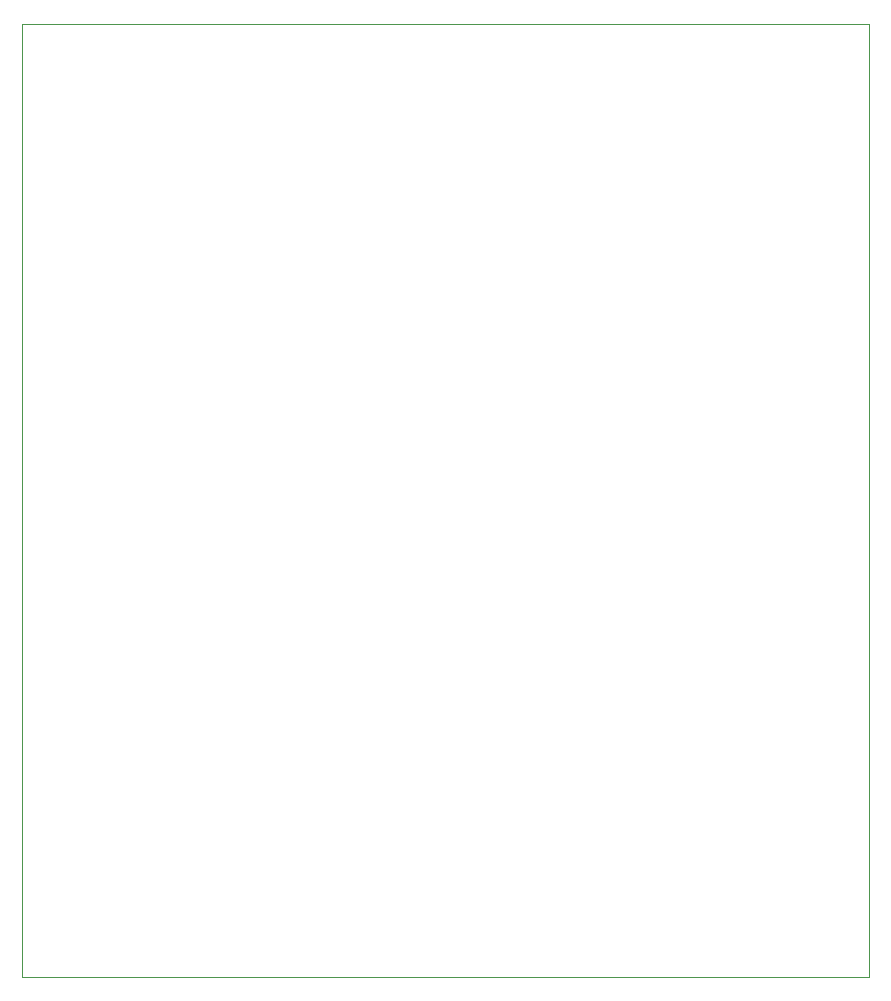
<source format=gbr>
%TF.GenerationSoftware,KiCad,Pcbnew,7.0.7*%
%TF.CreationDate,2024-02-11T13:41:50-05:00*%
%TF.ProjectId,Frosti,46726f73-7469-42e6-9b69-6361645f7063,rev?*%
%TF.SameCoordinates,Original*%
%TF.FileFunction,Profile,NP*%
%FSLAX46Y46*%
G04 Gerber Fmt 4.6, Leading zero omitted, Abs format (unit mm)*
G04 Created by KiCad (PCBNEW 7.0.7) date 2024-02-11 13:41:50*
%MOMM*%
%LPD*%
G01*
G04 APERTURE LIST*
%TA.AperFunction,Profile*%
%ADD10C,0.100000*%
%TD*%
G04 APERTURE END LIST*
D10*
X102235000Y-55370000D02*
X173990000Y-55370000D01*
X173990000Y-136015000D01*
X102235000Y-136015000D01*
X102235000Y-55370000D01*
M02*

</source>
